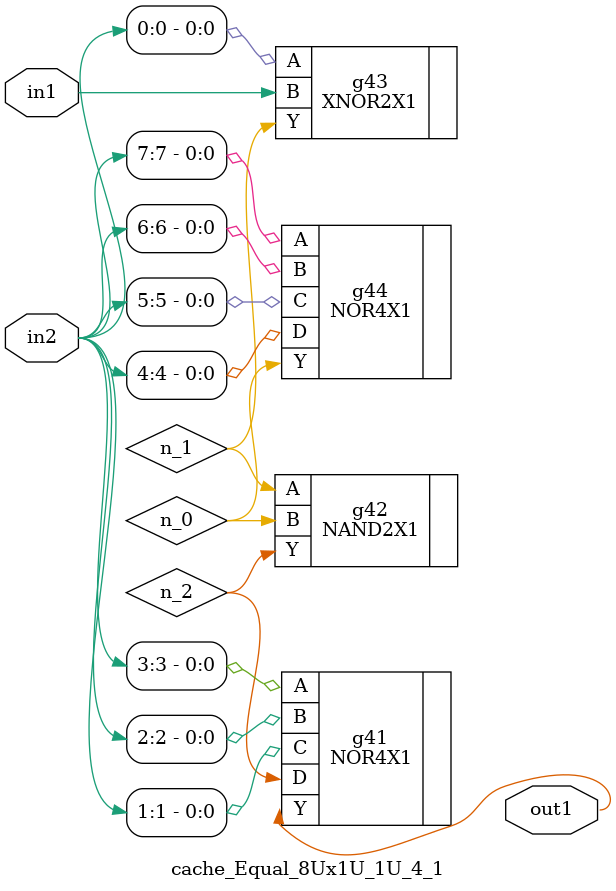
<source format=v>
`timescale 1ps / 1ps


module cache_Equal_8Ux1U_1U_4_1(in2, in1, out1);
  input [7:0] in2;
  input in1;
  output out1;
  wire [7:0] in2;
  wire in1;
  wire out1;
  wire n_0, n_1, n_2;
  NOR4X1 g41(.A (in2[3]), .B (in2[2]), .C (in2[1]), .D (n_2), .Y
       (out1));
  NAND2X1 g42(.A (n_1), .B (n_0), .Y (n_2));
  XNOR2X1 g43(.A (in2[0]), .B (in1), .Y (n_1));
  NOR4X1 g44(.A (in2[7]), .B (in2[6]), .C (in2[5]), .D (in2[4]), .Y
       (n_0));
endmodule



</source>
